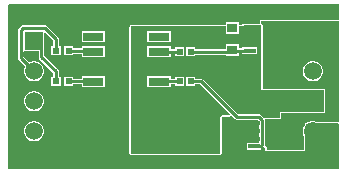
<source format=gtl>
G04*
G04 #@! TF.GenerationSoftware,Altium Limited,Altium Designer,22.3.1 (43)*
G04*
G04 Layer_Physical_Order=1*
G04 Layer_Color=255*
%FSLAX25Y25*%
%MOIN*%
G70*
G04*
G04 #@! TF.SameCoordinates,C5F4699D-FB43-4DF1-913B-A25CA7802ECB*
G04*
G04*
G04 #@! TF.FilePolarity,Positive*
G04*
G01*
G75*
%ADD12R,0.00984X0.00303*%
%ADD13R,0.06791X0.08799*%
%ADD14R,0.02008X0.01595*%
%ADD15R,0.03898X0.01595*%
%ADD16R,0.03543X0.03150*%
%ADD17R,0.07008X0.02835*%
%ADD18R,0.08661X0.09252*%
%ADD19R,0.02165X0.02165*%
%ADD20R,0.02362X0.02362*%
%ADD21R,0.02992X0.02835*%
%ADD32C,0.01000*%
%ADD33C,0.05906*%
%ADD34R,0.05906X0.05906*%
G36*
X55118Y22080D02*
X55118Y22080D01*
X29331D01*
X29029Y21955D01*
X28905Y21654D01*
Y20774D01*
X27716D01*
Y20844D01*
X23031D01*
Y20347D01*
X21850D01*
Y21457D01*
X17520D01*
Y20347D01*
X-14128D01*
X-14206Y20315D01*
X-14291Y20315D01*
X-14291Y20315D01*
X-14351Y20290D01*
X-14351Y20290D01*
X-14411Y20230D01*
X-14429Y20223D01*
X-14437Y20204D01*
X-14496Y20145D01*
X-14514Y20138D01*
X-14522Y20120D01*
X-14581Y20060D01*
X-14581Y20060D01*
X-14606Y20000D01*
X-14606Y20000D01*
X-14606Y19915D01*
X-14639Y19837D01*
Y-22553D01*
X-14606Y-22631D01*
X-14606Y-22716D01*
X-14606Y-22716D01*
X-14581Y-22776D01*
X-14581Y-22776D01*
X-14522Y-22836D01*
X-14514Y-22854D01*
X-14496Y-22862D01*
X-14437Y-22921D01*
X-14429Y-22939D01*
X-14411Y-22947D01*
X-14351Y-23007D01*
X-14351Y-23007D01*
X-14291Y-23031D01*
X-14291Y-23031D01*
X-14206Y-23031D01*
X-14128Y-23064D01*
X15545D01*
X15623Y-23031D01*
X15708Y-23031D01*
X15708Y-23031D01*
X15768Y-23007D01*
X15768Y-23007D01*
X15828Y-22947D01*
X15846Y-22939D01*
X15854Y-22921D01*
X15913Y-22862D01*
X15931Y-22854D01*
X15939Y-22836D01*
X15999Y-22776D01*
X15999Y-22776D01*
X16024Y-22716D01*
X16024Y-22716D01*
X16024Y-22631D01*
X16056Y-22553D01*
Y-10275D01*
X16081Y-10215D01*
X16141Y-10190D01*
X18647D01*
X18669Y-10181D01*
X18692Y-10187D01*
X18692Y-10187D01*
X18817Y-10119D01*
X18948Y-10065D01*
X18957Y-10043D01*
X18978Y-10031D01*
X19422Y-9961D01*
X19539Y-9967D01*
X19564Y-9974D01*
X20431Y-10841D01*
X20727Y-11039D01*
X21075Y-11108D01*
X28268D01*
X28654Y-11494D01*
Y-18870D01*
X27595D01*
X27507Y-18888D01*
X24380D01*
Y-21270D01*
X29065D01*
Y-20693D01*
X29276D01*
X29625Y-20623D01*
X29851Y-20473D01*
X30027Y-20361D01*
X30188Y-20324D01*
X30637Y-20670D01*
Y-21175D01*
X30669Y-21253D01*
X30669Y-21338D01*
X30669Y-21338D01*
X30694Y-21398D01*
X30754Y-21458D01*
X30762Y-21476D01*
X30780Y-21484D01*
X30839Y-21543D01*
X30846Y-21561D01*
X30865Y-21569D01*
X30924Y-21628D01*
X30925Y-21629D01*
X30925Y-21629D01*
X30985Y-21654D01*
X30985Y-21654D01*
X31069Y-21654D01*
X31148Y-21686D01*
X43459D01*
X43537Y-21654D01*
X43622Y-21654D01*
X43622Y-21654D01*
X43681Y-21629D01*
X43682Y-21629D01*
X43742Y-21569D01*
X43760Y-21561D01*
X43767Y-21543D01*
X43826Y-21484D01*
X43845Y-21476D01*
X43852Y-21458D01*
X43912Y-21398D01*
X43912Y-21398D01*
X43937Y-21338D01*
X43937Y-21338D01*
X43937Y-21253D01*
X43970Y-21175D01*
Y-16732D01*
X43959Y-16707D01*
Y-16649D01*
X43937Y-16596D01*
Y-16568D01*
X43927Y-16544D01*
X43923Y-16518D01*
X43910Y-16494D01*
X43902Y-16436D01*
X43873Y-16387D01*
X43870Y-16360D01*
X43735Y-16127D01*
X43536Y-15384D01*
Y-14615D01*
X43735Y-13873D01*
X44120Y-13207D01*
X44228Y-13099D01*
X44353Y-12797D01*
Y-12749D01*
X44401D01*
X44506Y-12706D01*
X44615Y-12691D01*
X44765Y-12605D01*
X44812Y-12543D01*
X44881Y-12506D01*
X44961Y-12408D01*
X45001Y-12392D01*
X45016Y-12376D01*
X45037Y-12374D01*
X45122Y-12329D01*
X45146Y-12329D01*
X45188Y-12312D01*
X45188Y-12312D01*
X45214Y-12308D01*
X45236Y-12295D01*
X45263Y-12291D01*
X45275Y-12293D01*
X46072Y-12080D01*
X46841D01*
X47602Y-12284D01*
X47629Y-12280D01*
X47633Y-12281D01*
X47657Y-12295D01*
X47709Y-12301D01*
X47734Y-12312D01*
X47762Y-12312D01*
X47815Y-12333D01*
X47872Y-12333D01*
X47872Y-12333D01*
X47897Y-12343D01*
X54618Y-12318D01*
X55058Y-12628D01*
X55117Y-12715D01*
X55118Y-12717D01*
Y-27205D01*
X54764Y-27559D01*
X-55039Y-27480D01*
Y27205D01*
X-54687Y27559D01*
X55118D01*
Y22080D01*
D02*
G37*
G36*
X29331Y-1260D02*
X50157D01*
Y-8583D01*
X35394D01*
Y-10630D01*
X30315D01*
X30209Y-10472D01*
X29290Y-9552D01*
X28995Y-9355D01*
X28646Y-9286D01*
X21453D01*
X9948Y2219D01*
X9652Y2417D01*
X9304Y2486D01*
X7185D01*
Y3051D01*
X4232D01*
Y98D01*
X7185D01*
Y664D01*
X8926D01*
X18784Y-9194D01*
X18794Y-9280D01*
X18787Y-9367D01*
X18720Y-9672D01*
X18647Y-9764D01*
X16056D01*
X15755Y-9889D01*
X15630Y-10190D01*
Y-22553D01*
X15605Y-22613D01*
X15545Y-22638D01*
X-14128D01*
X-14188Y-22613D01*
X-14213Y-22553D01*
Y19837D01*
X-14188Y19896D01*
X-14128Y19921D01*
X17520D01*
Y17520D01*
X21850D01*
Y19921D01*
X26267D01*
X26568Y20046D01*
X26693Y20347D01*
X29331D01*
Y-1260D01*
D02*
G37*
G36*
X55276Y21548D02*
Y-11574D01*
X55275Y-11575D01*
X55123Y-11734D01*
X54776Y-11896D01*
X54763Y-11891D01*
X54763Y-11891D01*
X54762Y-11891D01*
X47896Y-11917D01*
X47870Y-11907D01*
X47814Y-11907D01*
X47765Y-11879D01*
X47713Y-11872D01*
X46897Y-11654D01*
X46016D01*
X45165Y-11882D01*
X45158Y-11886D01*
X45132Y-11889D01*
X45082Y-11918D01*
X45024Y-11919D01*
X44982Y-11936D01*
X44963Y-11930D01*
X44836Y-11999D01*
X44703Y-12054D01*
X44695Y-12074D01*
X44676Y-12084D01*
X44552Y-12236D01*
X44451Y-12294D01*
X44451Y-12294D01*
X44402Y-12322D01*
X44401Y-12323D01*
X43927D01*
Y-12797D01*
X43779Y-12945D01*
X43338Y-13708D01*
X43110Y-14559D01*
Y-15441D01*
X43338Y-16292D01*
X43501Y-16573D01*
X43504Y-16600D01*
X43533Y-16649D01*
Y-16707D01*
X43543Y-16732D01*
Y-21175D01*
X43518Y-21235D01*
X43459Y-21260D01*
X31148D01*
X31088Y-21235D01*
X31063Y-21175D01*
Y-20397D01*
X31043Y-20349D01*
X31051Y-20297D01*
X30983Y-20203D01*
X30938Y-20096D01*
X30889Y-20076D01*
X30858Y-20033D01*
X30647Y-19905D01*
X30573Y-19893D01*
X30512Y-19852D01*
X30512Y-11056D01*
X35394D01*
X35695Y-10931D01*
X35820Y-10630D01*
Y-9009D01*
X50157D01*
X50459Y-8884D01*
X50584Y-8583D01*
Y-1260D01*
X50459Y-958D01*
X50157Y-834D01*
X29757D01*
Y20347D01*
X29632Y20649D01*
X29331Y20774D01*
Y21654D01*
X55118D01*
X55276Y21548D01*
D02*
G37*
%LPC*%
G36*
X-22815Y18366D02*
X-30610D01*
Y14744D01*
X-22815D01*
Y18366D01*
D02*
G37*
G36*
X-42889Y20348D02*
X-50024D01*
X-50373Y20279D01*
X-50669Y20081D01*
X-51538Y19212D01*
X-51736Y18916D01*
X-51805Y18567D01*
Y9437D01*
X-51736Y9088D01*
X-51538Y8793D01*
X-49378Y6633D01*
X-49575Y6292D01*
X-49803Y5441D01*
Y4559D01*
X-49575Y3708D01*
X-49134Y2945D01*
X-48511Y2322D01*
X-47748Y1882D01*
X-46897Y1654D01*
X-46016D01*
X-45165Y1882D01*
X-44402Y2322D01*
X-43779Y2945D01*
X-43338Y3708D01*
X-43110Y4559D01*
Y5441D01*
X-43338Y6292D01*
X-43779Y7055D01*
X-44402Y7678D01*
X-45165Y8118D01*
X-46016Y8347D01*
X-46897D01*
X-47748Y8118D01*
X-48090Y7921D01*
X-49983Y9814D01*
Y11228D01*
X-49803Y11654D01*
X-49483Y11654D01*
X-44915D01*
Y9866D01*
X-44846Y9517D01*
X-44648Y9222D01*
X-39986Y4560D01*
Y3150D01*
X-40650D01*
Y0D01*
X-37500D01*
Y3150D01*
X-38164D01*
Y4937D01*
X-38233Y5286D01*
X-38431Y5581D01*
X-43093Y10244D01*
Y12547D01*
X-43110Y12635D01*
Y17662D01*
X-42610Y17869D01*
X-39986Y15245D01*
Y13386D01*
X-40650D01*
Y10236D01*
X-37500D01*
Y13386D01*
X-38164D01*
Y15623D01*
X-38233Y15971D01*
X-38431Y16267D01*
X-42245Y20081D01*
X-42540Y20279D01*
X-42889Y20348D01*
D02*
G37*
G36*
X-33366Y13386D02*
X-36516D01*
Y10236D01*
X-33366D01*
Y10772D01*
X-30610D01*
Y9744D01*
X-22815D01*
Y13366D01*
X-30610D01*
Y12594D01*
X-33366D01*
Y13386D01*
D02*
G37*
G36*
X-22815Y3366D02*
X-30610D01*
Y2476D01*
X-33366D01*
Y3150D01*
X-36516D01*
Y0D01*
X-33366D01*
Y654D01*
X-30610D01*
Y-256D01*
X-22815D01*
Y3366D01*
D02*
G37*
G36*
X-46016Y-1654D02*
X-46897D01*
X-47748Y-1882D01*
X-48511Y-2322D01*
X-49134Y-2945D01*
X-49575Y-3708D01*
X-49803Y-4559D01*
Y-5441D01*
X-49575Y-6292D01*
X-49134Y-7055D01*
X-48511Y-7678D01*
X-47748Y-8118D01*
X-46897Y-8347D01*
X-46016D01*
X-45165Y-8118D01*
X-44402Y-7678D01*
X-43779Y-7055D01*
X-43338Y-6292D01*
X-43110Y-5441D01*
Y-4559D01*
X-43338Y-3708D01*
X-43779Y-2945D01*
X-44402Y-2322D01*
X-45165Y-1882D01*
X-46016Y-1654D01*
D02*
G37*
G36*
Y-11654D02*
X-46897D01*
X-47748Y-11882D01*
X-48511Y-12322D01*
X-49134Y-12945D01*
X-49575Y-13708D01*
X-49803Y-14559D01*
Y-15441D01*
X-49575Y-16292D01*
X-49134Y-17055D01*
X-48511Y-17678D01*
X-47748Y-18118D01*
X-46897Y-18346D01*
X-46016D01*
X-45165Y-18118D01*
X-44402Y-17678D01*
X-43779Y-17055D01*
X-43338Y-16292D01*
X-43110Y-15441D01*
Y-14559D01*
X-43338Y-13708D01*
X-43779Y-12945D01*
X-44402Y-12322D01*
X-45165Y-11882D01*
X-46016Y-11654D01*
D02*
G37*
G36*
X-886Y18366D02*
X-8681D01*
Y14744D01*
X-886D01*
Y18366D01*
D02*
G37*
G36*
X21850Y13976D02*
X17520D01*
Y12329D01*
X7185D01*
Y12894D01*
X4232D01*
Y9941D01*
X7185D01*
Y10506D01*
X17520D01*
Y10039D01*
X21850D01*
Y10947D01*
X23031D01*
Y10667D01*
X27716D01*
Y13049D01*
X23031D01*
Y12769D01*
X21850D01*
Y13976D01*
D02*
G37*
G36*
X-886Y13366D02*
X-8681D01*
Y9744D01*
X-886D01*
Y10575D01*
X689D01*
Y9941D01*
X3642D01*
Y12894D01*
X689D01*
Y12397D01*
X-886D01*
Y13366D01*
D02*
G37*
G36*
Y3366D02*
X-8681D01*
Y-256D01*
X-886D01*
Y654D01*
X689D01*
Y98D01*
X3642D01*
Y3051D01*
X689D01*
Y2476D01*
X-886D01*
Y3366D01*
D02*
G37*
G36*
X46897Y8347D02*
X46016D01*
X45165Y8118D01*
X44402Y7678D01*
X43779Y7055D01*
X43338Y6292D01*
X43110Y5441D01*
Y4559D01*
X43338Y3708D01*
X43779Y2945D01*
X44402Y2322D01*
X45165Y1882D01*
X46016Y1654D01*
X46897D01*
X47748Y1882D01*
X48511Y2322D01*
X49134Y2945D01*
X49575Y3708D01*
X49803Y4559D01*
Y5441D01*
X49575Y6292D01*
X49134Y7055D01*
X48511Y7678D01*
X47748Y8118D01*
X46897Y8347D01*
D02*
G37*
%LPD*%
D12*
X36122Y11197D02*
D03*
Y20299D02*
D03*
D13*
X33220Y15756D02*
D03*
X34567Y-16181D02*
D03*
D14*
X37618Y19654D02*
D03*
Y17055D02*
D03*
Y14457D02*
D03*
Y11858D02*
D03*
D15*
X25374D02*
D03*
Y14457D02*
D03*
Y17055D02*
D03*
Y19654D02*
D03*
X26722Y-12284D02*
D03*
Y-14882D02*
D03*
Y-17480D02*
D03*
Y-20079D02*
D03*
X38022D02*
D03*
Y-17480D02*
D03*
Y-14882D02*
D03*
Y-12284D02*
D03*
D16*
X19685Y19488D02*
D03*
Y12008D02*
D03*
X11811Y15748D02*
D03*
D17*
X-26713Y16555D02*
D03*
Y11555D02*
D03*
Y6555D02*
D03*
Y1555D02*
D03*
X-4783Y16555D02*
D03*
Y11555D02*
D03*
Y6555D02*
D03*
Y1555D02*
D03*
D18*
X-27264Y-14961D02*
D03*
X-4232D02*
D03*
D19*
X5709Y1575D02*
D03*
X2165D02*
D03*
X5709Y11417D02*
D03*
X2165D02*
D03*
D20*
X-39075Y11811D02*
D03*
X-34941D02*
D03*
X-39075Y1575D02*
D03*
X-34941D02*
D03*
D21*
X13819Y-11811D02*
D03*
X17677D02*
D03*
D32*
X19685Y12008D02*
X19835Y11858D01*
X25374D01*
X9304Y1575D02*
X21075Y-10197D01*
X28646D01*
X5709Y1575D02*
X9304D01*
X28646Y-10197D02*
X29565Y-11116D01*
X27595Y-19782D02*
X29276D01*
X29565Y-19493D01*
Y-11116D01*
X27298Y-20079D02*
X27595Y-19782D01*
X19094Y11417D02*
X19685Y12008D01*
X5709Y11417D02*
X19094D01*
X-4715Y11486D02*
X2097D01*
X2165Y11417D01*
X-4783Y11555D02*
X-4715Y11486D01*
X2156Y1565D02*
X2165Y1575D01*
X-4783Y1555D02*
X-4774Y1565D01*
X2156D01*
X-26722D02*
X-26713Y1555D01*
X-34941Y1575D02*
X-34931Y1565D01*
X-26722D01*
X-34813Y11683D02*
X-26841D01*
X-26713Y11555D01*
X-34941Y11811D02*
X-34813Y11683D01*
X-42889Y19437D02*
X-39075Y15623D01*
Y11811D02*
Y15623D01*
X-50024Y19437D02*
X-42889D01*
X-50894Y18567D02*
X-50024Y19437D01*
X-50894Y9437D02*
X-46457Y5000D01*
X-50894Y9437D02*
Y18567D01*
X-39075Y1575D02*
Y4937D01*
X-46457Y15000D02*
X-44004Y12547D01*
Y9866D02*
Y12547D01*
Y9866D02*
X-39075Y4937D01*
D33*
X46457Y-15000D02*
D03*
Y-5000D02*
D03*
Y5000D02*
D03*
X-46457Y-15000D02*
D03*
Y-5000D02*
D03*
Y5000D02*
D03*
D34*
X46457Y15000D02*
D03*
X-46457D02*
D03*
M02*

</source>
